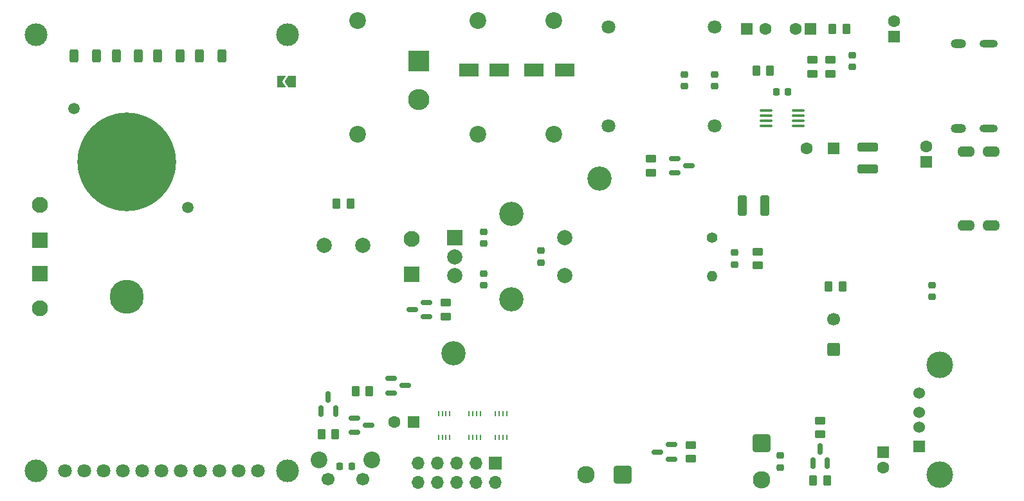
<source format=gbr>
%TF.GenerationSoftware,KiCad,Pcbnew,6.0.10-86aedd382b~118~ubuntu22.04.1*%
%TF.CreationDate,2023-01-15T12:46:15+03:00*%
%TF.ProjectId,xray,78726179-2e6b-4696-9361-645f70636258,rev?*%
%TF.SameCoordinates,Original*%
%TF.FileFunction,Soldermask,Bot*%
%TF.FilePolarity,Negative*%
%FSLAX46Y46*%
G04 Gerber Fmt 4.6, Leading zero omitted, Abs format (unit mm)*
G04 Created by KiCad (PCBNEW 6.0.10-86aedd382b~118~ubuntu22.04.1) date 2023-01-15 12:46:15*
%MOMM*%
%LPD*%
G01*
G04 APERTURE LIST*
G04 Aperture macros list*
%AMRoundRect*
0 Rectangle with rounded corners*
0 $1 Rounding radius*
0 $2 $3 $4 $5 $6 $7 $8 $9 X,Y pos of 4 corners*
0 Add a 4 corners polygon primitive as box body*
4,1,4,$2,$3,$4,$5,$6,$7,$8,$9,$2,$3,0*
0 Add four circle primitives for the rounded corners*
1,1,$1+$1,$2,$3*
1,1,$1+$1,$4,$5*
1,1,$1+$1,$6,$7*
1,1,$1+$1,$8,$9*
0 Add four rect primitives between the rounded corners*
20,1,$1+$1,$2,$3,$4,$5,0*
20,1,$1+$1,$4,$5,$6,$7,0*
20,1,$1+$1,$6,$7,$8,$9,0*
20,1,$1+$1,$8,$9,$2,$3,0*%
%AMFreePoly0*
4,1,6,1.000000,0.000000,0.500000,-0.750000,-0.500000,-0.750000,-0.500000,0.750000,0.500000,0.750000,1.000000,0.000000,1.000000,0.000000,$1*%
%AMFreePoly1*
4,1,6,0.500000,-0.750000,-0.650000,-0.750000,-0.150000,0.000000,-0.650000,0.750000,0.500000,0.750000,0.500000,-0.750000,0.500000,-0.750000,$1*%
G04 Aperture macros list end*
%ADD10R,1.600000X1.600000*%
%ADD11C,1.600000*%
%ADD12RoundRect,0.250000X0.262500X0.450000X-0.262500X0.450000X-0.262500X-0.450000X0.262500X-0.450000X0*%
%ADD13R,1.700000X1.700000*%
%ADD14O,1.700000X1.700000*%
%ADD15C,2.200000*%
%ADD16RoundRect,0.250001X-0.899999X0.899999X-0.899999X-0.899999X0.899999X-0.899999X0.899999X0.899999X0*%
%ADD17C,2.300000*%
%ADD18C,3.000000*%
%ADD19C,1.800000*%
%ADD20R,2.000000X2.000000*%
%ADD21C,2.000000*%
%ADD22C,3.200000*%
%ADD23RoundRect,0.250001X0.899999X0.899999X-0.899999X0.899999X-0.899999X-0.899999X0.899999X-0.899999X0*%
%ADD24O,2.300000X1.400000*%
%ADD25RoundRect,0.250001X0.799999X-0.799999X0.799999X0.799999X-0.799999X0.799999X-0.799999X-0.799999X0*%
%ADD26C,2.100000*%
%ADD27C,1.700000*%
%ADD28RoundRect,0.250001X-0.799999X0.799999X-0.799999X-0.799999X0.799999X-0.799999X0.799999X0.799999X0*%
%ADD29R,2.800000X2.800000*%
%ADD30O,2.800000X2.800000*%
%ADD31R,1.524000X1.524000*%
%ADD32C,1.524000*%
%ADD33C,3.500000*%
%ADD34O,2.400000X1.000000*%
%ADD35O,2.000000X1.200000*%
%ADD36RoundRect,0.150000X0.150000X-0.587500X0.150000X0.587500X-0.150000X0.587500X-0.150000X-0.587500X0*%
%ADD37RoundRect,0.250000X0.450000X-0.262500X0.450000X0.262500X-0.450000X0.262500X-0.450000X-0.262500X0*%
%ADD38RoundRect,0.150000X-0.587500X-0.150000X0.587500X-0.150000X0.587500X0.150000X-0.587500X0.150000X0*%
%ADD39RoundRect,0.225000X0.250000X-0.225000X0.250000X0.225000X-0.250000X0.225000X-0.250000X-0.225000X0*%
%ADD40RoundRect,0.250000X0.312500X0.625000X-0.312500X0.625000X-0.312500X-0.625000X0.312500X-0.625000X0*%
%ADD41R,2.500000X1.800000*%
%ADD42RoundRect,0.250000X-0.262500X-0.450000X0.262500X-0.450000X0.262500X0.450000X-0.262500X0.450000X0*%
%ADD43RoundRect,0.225000X-0.250000X0.225000X-0.250000X-0.225000X0.250000X-0.225000X0.250000X0.225000X0*%
%ADD44RoundRect,0.150000X0.587500X0.150000X-0.587500X0.150000X-0.587500X-0.150000X0.587500X-0.150000X0*%
%ADD45RoundRect,0.225000X0.225000X0.250000X-0.225000X0.250000X-0.225000X-0.250000X0.225000X-0.250000X0*%
%ADD46RoundRect,0.100000X0.712500X0.100000X-0.712500X0.100000X-0.712500X-0.100000X0.712500X-0.100000X0*%
%ADD47RoundRect,0.250000X-0.450000X0.262500X-0.450000X-0.262500X0.450000X-0.262500X0.450000X0.262500X0*%
%ADD48R,0.250000X0.750000*%
%ADD49C,1.400000*%
%ADD50O,1.400000X1.400000*%
%ADD51C,13.000000*%
%ADD52C,4.500000*%
%ADD53C,1.500000*%
%ADD54RoundRect,0.250000X0.325000X1.100000X-0.325000X1.100000X-0.325000X-1.100000X0.325000X-1.100000X0*%
%ADD55RoundRect,0.225000X-0.225000X-0.250000X0.225000X-0.250000X0.225000X0.250000X-0.225000X0.250000X0*%
%ADD56FreePoly0,180.000000*%
%ADD57FreePoly1,180.000000*%
%ADD58RoundRect,0.250000X1.100000X-0.325000X1.100000X0.325000X-1.100000X0.325000X-1.100000X-0.325000X0*%
%ADD59RoundRect,0.250000X0.600000X-0.600000X0.600000X0.600000X-0.600000X0.600000X-0.600000X-0.600000X0*%
G04 APERTURE END LIST*
D10*
%TO.C,C2*%
X169510000Y-133834888D03*
D11*
X169510000Y-135834888D03*
%TD*%
D12*
%TO.C,R14*%
X99422500Y-101040000D03*
X97597500Y-101040000D03*
%TD*%
D10*
%TO.C,C26*%
X160000000Y-78000000D03*
D11*
X158000000Y-78000000D03*
%TD*%
D13*
%TO.C,J4*%
X118510000Y-135290000D03*
D14*
X118510000Y-137830000D03*
X115970000Y-135290000D03*
X115970000Y-137830000D03*
X113430000Y-135290000D03*
X113430000Y-137830000D03*
X110890000Y-135290000D03*
X110890000Y-137830000D03*
X108350000Y-135290000D03*
X108350000Y-137830000D03*
%TD*%
D15*
%TO.C,C9*%
X116200000Y-76900000D03*
X116200000Y-91900000D03*
%TD*%
%TO.C,C11*%
X100400000Y-91900000D03*
X100400000Y-76900000D03*
%TD*%
D16*
%TO.C,M1*%
X153510000Y-132640000D03*
D17*
X153510000Y-137440000D03*
%TD*%
D18*
%TO.C,U7*%
X91110000Y-78800000D03*
X58010000Y-136300000D03*
X58010000Y-78800000D03*
X91110000Y-136280000D03*
D19*
X61810000Y-136240000D03*
X64350000Y-136240000D03*
X66890000Y-136240000D03*
X69430000Y-136240000D03*
X71970000Y-136240000D03*
X74510000Y-136240000D03*
X77050000Y-136240000D03*
X79590000Y-136240000D03*
X82130000Y-136240000D03*
X84670000Y-136240000D03*
X87210000Y-136240000D03*
%TD*%
D20*
%TO.C,SW1*%
X113150000Y-105540000D03*
D21*
X113150000Y-110540000D03*
X113150000Y-108040000D03*
D22*
X120650000Y-102440000D03*
X120650000Y-113640000D03*
D21*
X127650000Y-110540000D03*
X127650000Y-105540000D03*
%TD*%
D23*
%TO.C,LS1*%
X135260000Y-136790000D03*
D17*
X130460000Y-136790000D03*
%TD*%
D24*
%TO.C,J1*%
X180460000Y-103890000D03*
X180460000Y-94190000D03*
X183760000Y-103890000D03*
X183760000Y-94190000D03*
%TD*%
D15*
%TO.C,C8*%
X126200000Y-76900000D03*
X126200000Y-91900000D03*
%TD*%
D25*
%TO.C,D4*%
X58510000Y-105840000D03*
D26*
X58510000Y-101240000D03*
%TD*%
D10*
%TO.C,C3*%
X175260000Y-95540000D03*
D11*
X175260000Y-93540000D03*
%TD*%
D10*
%TO.C,C10*%
X163010000Y-93790000D03*
D11*
X159510000Y-93790000D03*
%TD*%
D15*
%TO.C,SW2*%
X95260000Y-134865000D03*
X102260000Y-134865000D03*
D27*
X101010000Y-137365000D03*
X96510000Y-137365000D03*
%TD*%
D10*
%TO.C,C4*%
X171010000Y-79040000D03*
D11*
X171010000Y-77040000D03*
%TD*%
D28*
%TO.C,D6*%
X58510000Y-110240000D03*
D26*
X58510000Y-114840000D03*
%TD*%
D21*
%TO.C,C24*%
X96010000Y-106540000D03*
X101010000Y-106540000D03*
%TD*%
D10*
%TO.C,C40*%
X107715113Y-129840000D03*
D11*
X105215113Y-129840000D03*
%TD*%
D19*
%TO.C,T1*%
X147400000Y-77800000D03*
X147400000Y-90800000D03*
X133400000Y-90800000D03*
X133400000Y-77800000D03*
%TD*%
D22*
%TO.C,H3*%
X113000000Y-120750000D03*
%TD*%
%TO.C,H1*%
X132250000Y-97750000D03*
%TD*%
D29*
%TO.C,D3*%
X108400000Y-82284497D03*
D30*
X108400000Y-87364497D03*
%TD*%
D31*
%TO.C,J2*%
X174282500Y-133040000D03*
D32*
X174282500Y-130540000D03*
X174282500Y-128540000D03*
X174282500Y-126040000D03*
D33*
X176992500Y-122290000D03*
X176992500Y-136790000D03*
%TD*%
D10*
%TO.C,C1*%
X151594888Y-78040000D03*
D11*
X154094888Y-78040000D03*
%TD*%
D34*
%TO.C,J3*%
X183410000Y-91140000D03*
D35*
X179485000Y-91140000D03*
X179485000Y-79940000D03*
D34*
X183410000Y-79940000D03*
%TD*%
D36*
%TO.C,Q6*%
X162210000Y-135227500D03*
X160310000Y-135227500D03*
X161260000Y-133352500D03*
%TD*%
D37*
%TO.C,R27*%
X112000000Y-115912500D03*
X112000000Y-114087500D03*
%TD*%
D38*
%TO.C,Q3*%
X142072500Y-96990000D03*
X142072500Y-95090000D03*
X143947500Y-96040000D03*
%TD*%
D39*
%TO.C,C16*%
X150010000Y-109065000D03*
X150010000Y-107515000D03*
%TD*%
D40*
%TO.C,R11*%
X76972500Y-81540000D03*
X74047500Y-81540000D03*
%TD*%
D38*
%TO.C,Q11*%
X99972500Y-131190000D03*
X99972500Y-129290000D03*
X101847500Y-130240000D03*
%TD*%
D41*
%TO.C,D1*%
X123600000Y-83400000D03*
X127600000Y-83400000D03*
%TD*%
D42*
%TO.C,R15*%
X162385000Y-111940000D03*
X164210000Y-111940000D03*
%TD*%
D12*
%TO.C,R30*%
X97422500Y-131440000D03*
X95597500Y-131440000D03*
%TD*%
D25*
%TO.C,D5*%
X107510000Y-110340000D03*
D26*
X107510000Y-105740000D03*
%TD*%
D42*
%TO.C,R7*%
X152847500Y-83540000D03*
X154672500Y-83540000D03*
%TD*%
D43*
%TO.C,C32*%
X165510000Y-81475000D03*
X165510000Y-83025000D03*
%TD*%
D36*
%TO.C,Q9*%
X97460000Y-128377500D03*
X95560000Y-128377500D03*
X96510000Y-126502500D03*
%TD*%
D40*
%TO.C,R12*%
X71510000Y-81540000D03*
X68585000Y-81540000D03*
%TD*%
D44*
%TO.C,Q12*%
X141697500Y-132840000D03*
X141697500Y-134740000D03*
X139822500Y-133790000D03*
%TD*%
D45*
%TO.C,C7*%
X157035000Y-86290000D03*
X155485000Y-86290000D03*
%TD*%
D46*
%TO.C,U1*%
X158372500Y-88815000D03*
X158372500Y-89465000D03*
X158372500Y-90115000D03*
X158372500Y-90765000D03*
X154147500Y-90765000D03*
X154147500Y-90115000D03*
X154147500Y-89465000D03*
X154147500Y-88815000D03*
%TD*%
D39*
%TO.C,C5*%
X147400000Y-85575000D03*
X147400000Y-84025000D03*
%TD*%
D47*
%TO.C,R3*%
X162600000Y-82087500D03*
X162600000Y-83912500D03*
%TD*%
D39*
%TO.C,C39*%
X156010000Y-135815000D03*
X156010000Y-134265000D03*
%TD*%
D48*
%TO.C,U6*%
X118510000Y-128740000D03*
X119010000Y-128740000D03*
X119510000Y-128740000D03*
X120010000Y-128740000D03*
X120010000Y-131840000D03*
X119510000Y-131840000D03*
X119010000Y-131840000D03*
X118510000Y-131840000D03*
%TD*%
%TO.C,U5*%
X111010000Y-128740000D03*
X111510000Y-128740000D03*
X112010000Y-128740000D03*
X112510000Y-128740000D03*
X112510000Y-131840000D03*
X112010000Y-131840000D03*
X111510000Y-131840000D03*
X111010000Y-131840000D03*
%TD*%
D37*
%TO.C,R34*%
X144260000Y-134702500D03*
X144260000Y-132877500D03*
%TD*%
D49*
%TO.C,R9*%
X147010000Y-105500000D03*
D50*
X147010000Y-110580000D03*
%TD*%
D40*
%TO.C,R13*%
X65972500Y-81540000D03*
X63047500Y-81540000D03*
%TD*%
D51*
%TO.C,V1*%
X70010000Y-95540000D03*
D52*
X70010000Y-113340000D03*
D53*
X63010000Y-88540000D03*
X78010000Y-101540000D03*
%TD*%
D54*
%TO.C,C22*%
X153985000Y-101290000D03*
X151035000Y-101290000D03*
%TD*%
D55*
%TO.C,C38*%
X98035000Y-135640000D03*
X99585000Y-135640000D03*
%TD*%
D39*
%TO.C,C6*%
X143400000Y-85575000D03*
X143400000Y-84025000D03*
%TD*%
D56*
%TO.C,JP1*%
X91725000Y-85000000D03*
D57*
X90275000Y-85000000D03*
%TD*%
D12*
%TO.C,R19*%
X164712500Y-78040000D03*
X162887500Y-78040000D03*
%TD*%
D44*
%TO.C,Q8*%
X109437500Y-114050000D03*
X109437500Y-115950000D03*
X107562500Y-115000000D03*
%TD*%
D37*
%TO.C,R18*%
X161260000Y-131452500D03*
X161260000Y-129627500D03*
%TD*%
D58*
%TO.C,C12*%
X167510000Y-96515000D03*
X167510000Y-93565000D03*
%TD*%
D47*
%TO.C,R2*%
X160200000Y-82087500D03*
X160200000Y-83912500D03*
%TD*%
D43*
%TO.C,C35*%
X117010000Y-104765000D03*
X117010000Y-106315000D03*
%TD*%
D47*
%TO.C,R8*%
X153010000Y-107377500D03*
X153010000Y-109202500D03*
%TD*%
D40*
%TO.C,R10*%
X82472500Y-81540000D03*
X79547500Y-81540000D03*
%TD*%
D12*
%TO.C,R31*%
X101912500Y-125800000D03*
X100087500Y-125800000D03*
%TD*%
D48*
%TO.C,U4*%
X115010000Y-128740000D03*
X115510000Y-128740000D03*
X116010000Y-128740000D03*
X116510000Y-128740000D03*
X116510000Y-131840000D03*
X116010000Y-131840000D03*
X115510000Y-131840000D03*
X115010000Y-131840000D03*
%TD*%
D47*
%TO.C,R4*%
X139010000Y-95127500D03*
X139010000Y-96952500D03*
%TD*%
D41*
%TO.C,D2*%
X115000000Y-83400000D03*
X119000000Y-83400000D03*
%TD*%
D38*
%TO.C,Q14*%
X104772500Y-125990000D03*
X104772500Y-124090000D03*
X106647500Y-125040000D03*
%TD*%
D12*
%TO.C,R22*%
X162172500Y-137540000D03*
X160347500Y-137540000D03*
%TD*%
D59*
%TO.C,BT1*%
X163010000Y-120290000D03*
D27*
X163010000Y-116290000D03*
%TD*%
D43*
%TO.C,C33*%
X176010000Y-111765000D03*
X176010000Y-113315000D03*
%TD*%
D39*
%TO.C,C37*%
X124510000Y-108815000D03*
X124510000Y-107265000D03*
%TD*%
%TO.C,C36*%
X117010000Y-111815000D03*
X117010000Y-110265000D03*
%TD*%
M02*

</source>
